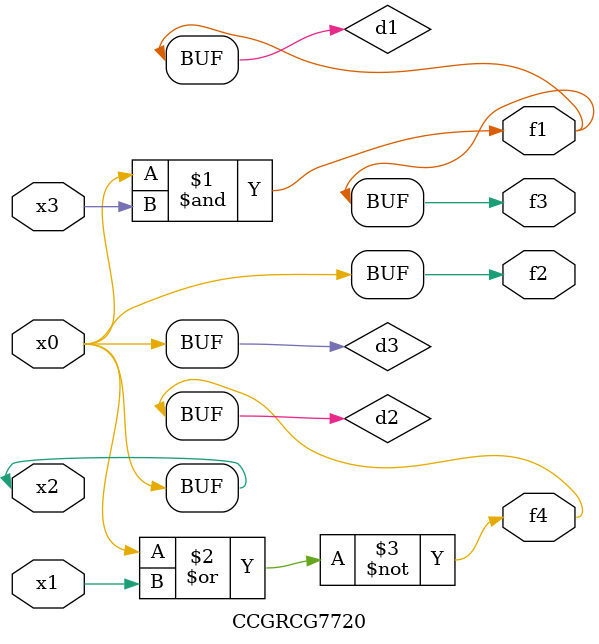
<source format=v>
module CCGRCG7720(
	input x0, x1, x2, x3,
	output f1, f2, f3, f4
);

	wire d1, d2, d3;

	and (d1, x2, x3);
	nor (d2, x0, x1);
	buf (d3, x0, x2);
	assign f1 = d1;
	assign f2 = d3;
	assign f3 = d1;
	assign f4 = d2;
endmodule

</source>
